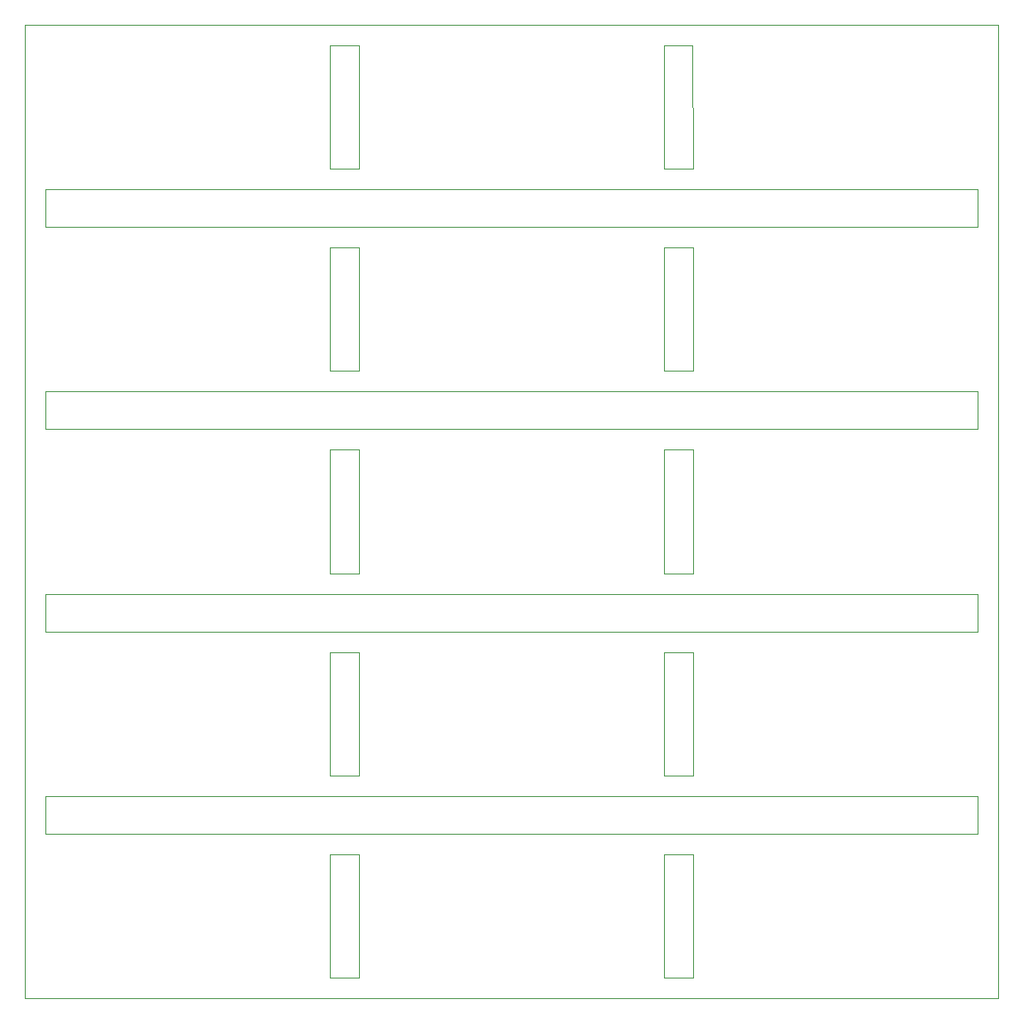
<source format=gbr>
%TF.GenerationSoftware,KiCad,Pcbnew,(6.0.11)*%
%TF.CreationDate,2023-10-19T09:40:58-03:00*%
%TF.ProjectId,gerenciador_de_bateria_2.0,67657265-6e63-4696-9164-6f725f64655f,rev?*%
%TF.SameCoordinates,Original*%
%TF.FileFunction,Profile,NP*%
%FSLAX46Y46*%
G04 Gerber Fmt 4.6, Leading zero omitted, Abs format (unit mm)*
G04 Created by KiCad (PCBNEW (6.0.11)) date 2023-10-19 09:40:58*
%MOMM*%
%LPD*%
G01*
G04 APERTURE LIST*
%TA.AperFunction,Profile*%
%ADD10C,0.100000*%
%TD*%
G04 APERTURE END LIST*
D10*
X198075000Y-78686499D02*
X105945000Y-78686499D01*
X167091000Y-72940000D02*
X169930700Y-72940000D01*
X134091150Y-152940000D02*
X134091000Y-140716499D01*
X167091000Y-132940701D02*
X169930700Y-132940701D01*
X167091000Y-100706499D02*
X169930700Y-100706499D01*
X105945000Y-94957200D02*
X198075000Y-94957200D01*
X105945000Y-78686499D02*
X105945000Y-74956499D01*
X134091000Y-100706499D02*
X136930700Y-100706499D01*
X167091000Y-152940701D02*
X169930700Y-152940701D01*
X105945000Y-74956499D02*
X198075000Y-74956499D01*
X136930700Y-140716499D02*
X136930850Y-152940000D01*
X198075000Y-138690000D02*
X105935000Y-138690000D01*
X134095000Y-72940701D02*
X134095000Y-60706499D01*
X167091000Y-112940000D02*
X169930700Y-112940000D01*
X105945000Y-114957200D02*
X198075000Y-114957200D01*
X169930700Y-120716499D02*
X169930700Y-132940701D01*
X134091000Y-92940000D02*
X134091000Y-80706499D01*
X134091000Y-92940000D02*
X136925000Y-92940000D01*
X136925000Y-80706499D02*
X136925000Y-92940000D01*
X167091000Y-112940000D02*
X167091000Y-100706499D01*
X105945000Y-118690000D02*
X105945000Y-114957200D01*
X167091000Y-152940701D02*
X167091000Y-140716499D01*
X198075000Y-74956499D02*
X198075000Y-78686499D01*
X103930700Y-58690000D02*
X103930700Y-154957200D01*
X134091000Y-132940701D02*
X136930700Y-132940701D01*
X134095000Y-72940701D02*
X136925000Y-72940701D01*
X167095000Y-60706499D02*
X169915000Y-60706499D01*
X105945000Y-98690000D02*
X105945000Y-94957200D01*
X134091000Y-80706499D02*
X136925000Y-80706499D01*
X167091000Y-132940701D02*
X167091000Y-120716499D01*
X134091000Y-112940000D02*
X136930700Y-112940000D01*
X167091000Y-80706499D02*
X169930700Y-80706499D01*
X198075000Y-118690000D02*
X105945000Y-118690000D01*
X134091000Y-120716499D02*
X136930700Y-120716499D01*
X198075000Y-118690000D02*
X198075000Y-114957200D01*
X136930700Y-100706499D02*
X136930700Y-112940000D01*
X103930700Y-154957200D02*
X200091000Y-154957200D01*
X136930700Y-120716499D02*
X136930700Y-132940701D01*
X105935000Y-134957200D02*
X198075000Y-134957200D01*
X198075000Y-98690000D02*
X105945000Y-98690000D01*
X134091000Y-140716499D02*
X136930700Y-140716499D01*
X200091000Y-58690000D02*
X103930700Y-58690000D01*
X136925000Y-60706499D02*
X136925000Y-72940701D01*
X167091000Y-72940000D02*
X167095000Y-60706499D01*
X167091000Y-92940000D02*
X169930700Y-92940000D01*
X169915000Y-60706499D02*
X169930700Y-72940000D01*
X169930700Y-100706499D02*
X169930700Y-112940000D01*
X169930700Y-140716499D02*
X169930700Y-152940701D01*
X198075000Y-94957200D02*
X198075000Y-98690000D01*
X134091150Y-152940000D02*
X136930850Y-152940000D01*
X134091000Y-112940000D02*
X134091000Y-100706499D01*
X169930700Y-80706499D02*
X169930700Y-92940000D01*
X134091000Y-132940701D02*
X134091000Y-120716499D01*
X167091000Y-92940000D02*
X167091000Y-80706499D01*
X134095000Y-60706499D02*
X136925000Y-60706499D01*
X200091000Y-154957200D02*
X200091000Y-58690000D01*
X198075000Y-138690000D02*
X198075000Y-134957200D01*
X167091000Y-120716499D02*
X169930700Y-120716499D01*
X167091000Y-140716499D02*
X169930700Y-140716499D01*
X105935000Y-138690000D02*
X105935000Y-134957200D01*
M02*

</source>
